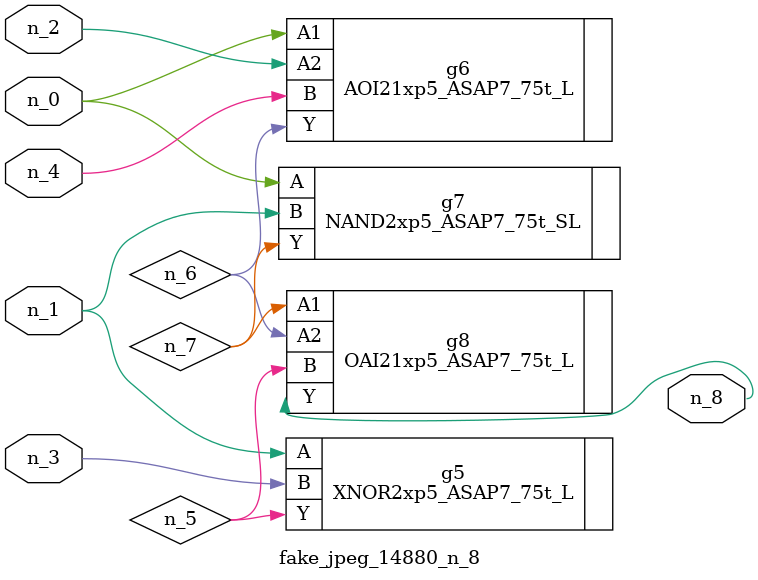
<source format=v>
module fake_jpeg_14880_n_8 (n_3, n_2, n_1, n_0, n_4, n_8);

input n_3;
input n_2;
input n_1;
input n_0;
input n_4;

output n_8;

wire n_6;
wire n_5;
wire n_7;

XNOR2xp5_ASAP7_75t_L g5 ( 
.A(n_1),
.B(n_3),
.Y(n_5)
);

AOI21xp5_ASAP7_75t_L g6 ( 
.A1(n_0),
.A2(n_2),
.B(n_4),
.Y(n_6)
);

NAND2xp5_ASAP7_75t_SL g7 ( 
.A(n_0),
.B(n_1),
.Y(n_7)
);

OAI21xp5_ASAP7_75t_L g8 ( 
.A1(n_7),
.A2(n_6),
.B(n_5),
.Y(n_8)
);


endmodule
</source>
